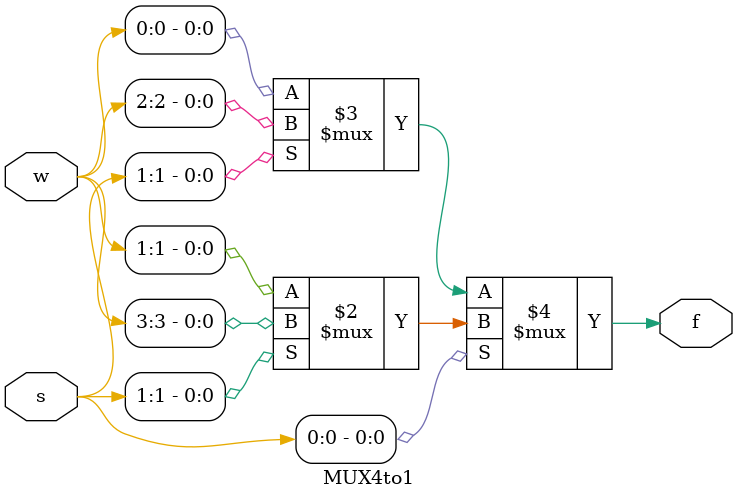
<source format=v>
module MUX16to1(w,s,f);
    input [15:0] w;
    input [3:0] s;
    output f;
    wire [3:0] ft;

    MUX4to1 stage0(w[3:0],s[1:0],ft[0]);
    MUX4to1 stage1(w[7:4],s[1:0],ft[1]);
    MUX4to1 stage2(w[11:8],s[1:0],ft[2]);
    MUX4to1 stage3(w[15:12],s[1:0],ft[3]);
    MUX4to1 stage4(ft,s[3:2],f);

endmodule

module MUX4to1(w,s,f);
    input [3:0] w;
    input [1:0] s;
    output f;
    reg f;

    always @(w or s)
    f = s[0] ? ( s[1] ? w[3] : w[1] ) : ( s[1] ? w[2] : w[0]);

endmodule

</source>
